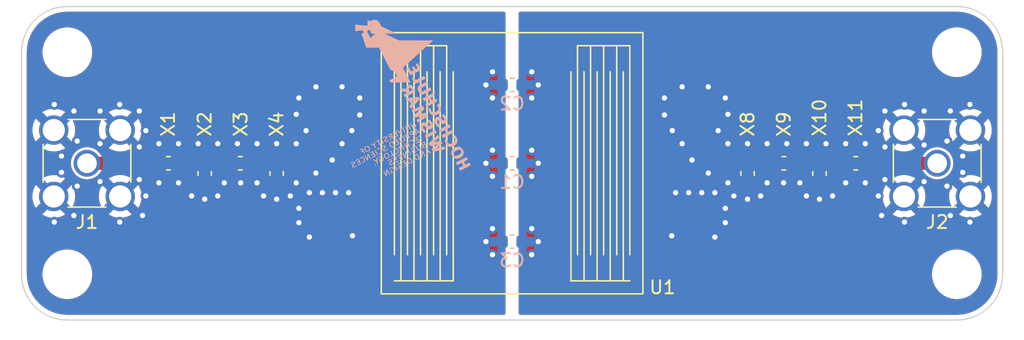
<source format=kicad_pcb>
(kicad_pcb (version 20221018) (generator pcbnew)
  (layers (0 "F.Cu" signal) (31 "B.Cu" signal) (34 "B.Paste" user) (35 "F.Paste" user) (36 "B.SilkS" user "B.Silkscreen") (37 "F.SilkS" user "F.Silkscreen") (38 "B.Mask" user) (39 "F.Mask" user) (44 "Edge.Cuts" user))
  (net 0 "")
  (net 1 "/IN_2")
  (net 2 "/IN_1")
  (net 3 "GND2")
  (net 4 "/OUT_1")
  (net 5 "/IN_0")
  (net 6 "GND1")
  (net 7 "/OUT_0")
  (net 8 "/OUT_2")
  (footprint "Capacitor_SMD:C_0603_1608Metric" (layer "F.Cu") (at 129.225 67)
    (fp_text reference "X3" (at 0.025 -3 90) (layer "F.SilkS"))
    (fp_text value "C_Small")
    (pad "1" smd roundrect (at -0.775 0) (size 0.9 0.95) (layers "F.Cu" "F.Paste" "F.Mask") (net 2 "/IN_1"))
    (pad "2" smd roundrect (at 0.775 0) (size 0.9 0.95) (layers "F.Cu" "F.Paste" "F.Mask") (net 5 "/IN_0"))
  )
  (footprint "Capacitor_SMD:C_0603_1608Metric" (layer "F.Cu") (at 176.275 67)
    (fp_text reference "X11" (at -0.025 -3.5 90) (layer "F.SilkS"))
    (fp_text value "C_Small")
    (pad "1" smd roundrect (at -0.775 0) (size 0.9 0.95) (layers "F.Cu" "F.Paste" "F.Mask") (net 4 "/OUT_1"))
    (pad "2" smd roundrect (at 0.775 0) (size 0.9 0.95) (layers "F.Cu" "F.Paste" "F.Mask") (net 8 "/OUT_2"))
  )
  (footprint "Connector_Coaxial:SMA_Amphenol_132134-11_Vertical" (layer "F.Cu") (at 182.5 67)
    (fp_text reference "J2" (at 0 4.5) (layer "F.SilkS"))
    (fp_text value "Conn_Coaxial")
    (pad "1" thru_hole circle (at 0 0) (size 2.05 2.05) (drill 1.5) (layers "*.Cu" "*.Mask") (net 8 "/OUT_2"))
    (pad "2" thru_hole circle (at -2.54 -2.54) (size 2.25 2.25) (drill 1.7) (layers "*.Cu" "*.Mask") (net 3 "GND2"))
    (pad "2" thru_hole circle (at -2.54 2.54) (size 2.25 2.25) (drill 1.7) (layers "*.Cu" "*.Mask") (net 3 "GND2"))
    (pad "2" thru_hole circle (at 2.54 -2.54) (size 2.25 2.25) (drill 1.7) (layers "*.Cu" "*.Mask") (net 3 "GND2"))
    (pad "2" thru_hole circle (at 2.54 2.54) (size 2.25 2.25) (drill 1.7) (layers "*.Cu" "*.Mask") (net 3 "GND2"))
  )
  (footprint "MountingHole:MountingHole_3.2mm_M3" (layer "F.Cu") (at 116 58.5)
    (fp_text reference "H1" hide)
    (fp_text value "MountingHole")
    (pad "" np_thru_hole circle (at 0 0) (size 3.2 3.2) (drill 3.2) (layers "*.Cu" "*.Mask"))
  )
  (footprint "saw_sensor:hs_wismar_logo_6_2mmx5mm" (layer "F.Cu") (at 122.75 58.5)
    (fp_text reference "G2" hide)
    (fp_text value "logo" hide)
  )
  (footprint "Capacitor_SMD:C_0603_1608Metric" (layer "F.Cu") (at 170.775 67)
    (fp_text reference "X9" (at 0 -3 90) (layer "F.SilkS"))
    (fp_text value "C_Small")
    (pad "1" smd roundrect (at -0.775 0) (size 0.9 0.95) (layers "F.Cu" "F.Paste" "F.Mask") (net 7 "/OUT_0"))
    (pad "2" smd roundrect (at 0.775 0) (size 0.9 0.95) (layers "F.Cu" "F.Paste" "F.Mask") (net 4 "/OUT_1"))
  )
  (footprint "MountingHole:MountingHole_3.2mm_M3" (layer "F.Cu") (at 184 58.5)
    (fp_text reference "H2" hide)
    (fp_text value "MountingHole")
    (pad "" np_thru_hole circle (at 0 0) (size 3.2 3.2) (drill 3.2) (layers "*.Cu" "*.Mask"))
  )
  (footprint "Capacitor_SMD:C_0603_1608Metric" (layer "F.Cu") (at 123.725 67)
    (fp_text reference "X1" (at -0.025 -3 90) (layer "F.SilkS"))
    (fp_text value "C_Small")
    (pad "1" smd roundrect (at -0.775 0) (size 0.9 0.95) (layers "F.Cu" "F.Paste" "F.Mask") (net 1 "/IN_2"))
    (pad "2" smd roundrect (at 0.775 0) (size 0.9 0.95) (layers "F.Cu" "F.Paste" "F.Mask") (net 2 "/IN_1"))
  )
  (footprint "Capacitor_SMD:C_0603_1608Metric" (layer "F.Cu") (at 168 67.775 90)
    (fp_text reference "X8" (at 3.775 0 90) (layer "F.SilkS"))
    (fp_text value "C_Small")
    (pad "1" smd roundrect (at -0.775 0 90) (size 0.9 0.95) (layers "F.Cu" "F.Paste" "F.Mask") (net 3 "GND2"))
    (pad "2" smd roundrect (at 0.775 0 90) (size 0.9 0.95) (layers "F.Cu" "F.Paste" "F.Mask") (net 7 "/OUT_0"))
  )
  (footprint "saw_sensor:saw_sensor" (layer "F.Cu") (at 150 67)
    (fp_text reference "U1" (at 11.5 9.5 unlocked) (layer "F.SilkS"))
    (fp_text value "SAW_Sensor")
    (pad "1" smd roundrect locked (at -14 -4) (size 3 2) (layers "F.Cu" "F.Paste" "F.Mask") (net 5 "/IN_0"))
    (pad "2" smd roundrect locked (at -14 4) (size 3 2) (layers "F.Cu" "F.Paste" "F.Mask") (net 6 "GND1"))
    (pad "3" smd roundrect locked (at 14 -4) (size 3 2) (layers "F.Cu" "F.Paste" "F.Mask") (net 7 "/OUT_0"))
    (pad "4" smd roundrect locked (at 14 4) (size 3 2) (layers "F.Cu" "F.Paste" "F.Mask") (net 3 "GND2"))
  )
  (footprint "Capacitor_SMD:C_0603_1608Metric" (layer "F.Cu") (at 132 67.775 90)
    (fp_text reference "X4" (at 3.775 0 270) (layer "F.SilkS"))
    (fp_text value "C_Small")
    (pad "1" smd roundrect (at -0.775 0 90) (size 0.9 0.95) (layers "F.Cu" "F.Paste" "F.Mask") (net 6 "GND1"))
    (pad "2" smd roundrect (at 0.775 0 90) (size 0.9 0.95) (layers "F.Cu" "F.Paste" "F.Mask") (net 5 "/IN_0"))
  )
  (footprint "MountingHole:MountingHole_3.2mm_M3" (layer "F.Cu") (at 184 75.5)
    (fp_text reference "H4" hide)
    (fp_text value "MountingHole")
    (pad "" np_thru_hole circle (at 0 0) (size 3.2 3.2) (drill 3.2) (layers "*.Cu" "*.Mask"))
  )
  (footprint "Connector_Coaxial:SMA_Amphenol_132134-11_Vertical" (layer "F.Cu") (at 117.5 67)
    (fp_text reference "J1" (at 0 4.5) (layer "F.SilkS"))
    (fp_text value "Conn_Coaxial")
    (pad "1" thru_hole circle (at 0 0) (size 2.05 2.05) (drill 1.5) (layers "*.Cu" "*.Mask") (net 1 "/IN_2"))
    (pad "2" thru_hole circle (at -2.54 -2.54) (size 2.25 2.25) (drill 1.7) (layers "*.Cu" "*.Mask") (net 6 "GND1"))
    (pad "2" thru_hole circle (at -2.54 2.54) (size 2.25 2.25) (drill 1.7) (layers "*.Cu" "*.Mask") (net 6 "GND1"))
    (pad "2" thru_hole circle (at 2.54 -2.54) (size 2.25 2.25) (drill 1.7) (layers "*.Cu" "*.Mask") (net 6 "GND1"))
    (pad "2" thru_hole circle (at 2.54 2.54) (size 2.25 2.25) (drill 1.7) (layers "*.Cu" "*.Mask") (net 6 "GND1"))
  )
  (footprint "Capacitor_SMD:C_0603_1608Metric" (layer "F.Cu") (at 126.5 67.775 90)
    (fp_text reference "X2" (at 3.775 0 90) (layer "F.SilkS"))
    (fp_text value "C_Small")
    (pad "1" smd roundrect (at -0.775 0 90) (size 0.9 0.95) (layers "F.Cu" "F.Paste" "F.Mask") (net 6 "GND1"))
    (pad "2" smd roundrect (at 0.775 0 90) (size 0.9 0.95) (layers "F.Cu" "F.Paste" "F.Mask") (net 2 "/IN_1"))
  )
  (footprint "Capacitor_SMD:C_0603_1608Metric" (layer "F.Cu") (at 173.5 67.775 90)
    (fp_text reference "X10" (at 4.275 0 90) (layer "F.SilkS"))
    (fp_text value "C_Small")
    (pad "1" smd roundrect (at -0.775 0 90) (size 0.9 0.95) (layers "F.Cu" "F.Paste" "F.Mask") (net 3 "GND2"))
    (pad "2" smd roundrect (at 0.775 0 90) (size 0.9 0.95) (layers "F.Cu" "F.Paste" "F.Mask") (net 4 "/OUT_1"))
  )
  (footprint "MountingHole:MountingHole_3.2mm_M3" (layer "F.Cu") (at 116 75.5)
    (fp_text reference "H3" hide)
    (fp_text value "MountingHole")
    (pad "" np_thru_hole circle (at 0 0) (size 3.2 3.2) (drill 3.2) (layers "*.Cu" "*.Mask"))
  )
  (footprint "Capacitor_SMD:C_0603_1608Metric" (layer "B.Cu") (at 150 67)
    (fp_text reference "C1" (at 0 1.43) (layer "B.SilkS") (effects (justify mirror)))
    (fp_text value "C_Small")
    (pad "1" smd roundrect (at -0.775 0) (size 0.9 0.95) (layers "B.Cu" "B.Paste" "B.Mask") (net 6 "GND1"))
    (pad "2" smd roundrect (at 0.775 0) (size 0.9 0.95) (layers "B.Cu" "B.Paste" "B.Mask") (net 3 "GND2"))
  )
  (footprint "Capacitor_SMD:C_0603_1608Metric" (layer "B.Cu") (at 150 61)
    (fp_text reference "C2" (at 0 1.43) (layer "B.SilkS") (effects (justify mirror)))
    (fp_text value "C_Small")
    (pad "1" smd roundrect (at -0.775 0) (size 0.9 0.95) (layers "B.Cu" "B.Paste" "B.Mask") (net 6 "GND1"))
    (pad "2" smd roundrect (at 0.775 0) (size 0.9 0.95) (layers "B.Cu" "B.Paste" "B.Mask") (net 3 "GND2"))
  )
  (footprint "Capacitor_SMD:C_0603_1608Metric" (layer "B.Cu") (at 150 73)
    (fp_text reference "C3" (at 0 1.43) (layer "B.SilkS") (effects (justify mirror)))
    (fp_text value "C_Small")
    (pad "1" smd roundrect (at -0.775 0) (size 0.9 0.95) (layers "B.Cu" "B.Paste" "B.Mask") (net 6 "GND1"))
    (pad "2" smd roundrect (at 0.775 0) (size 0.9 0.95) (layers "B.Cu" "B.Paste" "B.Mask") (net 3 "GND2"))
  )
  (footprint "saw_sensor:hs_wismar_logo_12mmx9_2mm" (layer "B.Cu") (at 142.25 62 180)
    (fp_text reference "G1" hide)
    (fp_text value "logo" hide)
  )
  (gr_arc (start 116 79) (mid 113.525126 77.974874) (end 112.5 75.5) (stroke (width 0.1)) (layer "Edge.Cuts"))
  (gr_arc (start 112.5 58.5) (mid 113.525126 56.025126) (end 116 55) (stroke (width 0.1)) (layer "Edge.Cuts"))
  (gr_line (start 112.5 75.5) (end 112.5 58.5) (stroke (width 0.1)) (layer "Edge.Cuts"))
  (gr_line (start 116 79) (end 184 79) (stroke (width 0.1)) (layer "Edge.Cuts"))
  (gr_line (start 116 55) (end 184 55) (stroke (width 0.1)) (layer "Edge.Cuts"))
  (gr_line (start 187.5 58.5) (end 187.5 75.5) (stroke (width 0.1)) (layer "Edge.Cuts"))
  (gr_arc (start 184 55) (mid 186.474874 56.025126) (end 187.5 58.5) (stroke (width 0.1)) (layer "Edge.Cuts"))
  (gr_arc (start 187.5 75.5) (mid 186.474874 77.974874) (end 184 79) (stroke (width 0.1)) (layer "Edge.Cuts"))
  (segment (start 122.95 67) (end 117.5 67) (width 1) (layer "F.Cu") (net 1))
  (segment (start 126.5 67) (end 128.45 67) (width 1) (layer "F.Cu") (net 2))
  (segment (start 124.5 67) (end 126.5 67) (width 1) (layer "F.Cu") (net 2))
  (via (at 151.5 66) (size 0.8) (drill 0.4) (layers "F.Cu" "B.Cu") (net 3))
  (via (at 152 67) (size 0.8) (drill 0.4) (layers "F.Cu" "B.Cu") (net 3))
  (via (at 172 68.5) (size 0.8) (drill 0.4) (layers "F.Cu" "B.Cu") (net 3))
  (via (at 166.5 65.5) (size 0.8) (drill 0.4) (layers "F.Cu" "B.Cu") (net 3))
  (via (at 163.75 66.75) (size 0.8) (drill 0.4) (layers "F.Cu" "B.Cu") (net 3))
  (via (at 169 69.5) (size 0.8) (drill 0.4) (layers "F.Cu" "B.Cu") (net 3))
  (via (at 172.5 65.5) (size 0.8) (drill 0.4) (layers "F.Cu" "B.Cu") (net 3))
  (via (at 166.3 62) (size 0.8) (drill 0.4) (layers "F.Cu" "B.Cu") (net 3))
  (via (at 172.5 69.5) (size 0.8) (drill 0.4) (layers "F.Cu" "B.Cu") (net 3))
  (via (at 165.5 72.65) (size 0.8) (drill 0.4) (layers "F.Cu" "B.Cu") (net 3))
  (via (at 163 61.15) (size 0.8) (drill 0.4) (layers "F.Cu" "B.Cu") (net 3))
  (via (at 165 61.15) (size 0.8) (drill 0.4) (layers "F.Cu" "B.Cu") (net 3))
  (via (at 174 65.5) (size 0.8) (drill 0.4) (layers "F.Cu" "B.Cu") (net 3))
  (via (at 184.45 66.45) (size 0.8) (drill 0.4) (layers "F.Cu" "B.Cu") (net 3))
  (via (at 178.5 63) (size 0.8) (drill 0.4) (layers "F.Cu" "B.Cu") (net 3))
  (via (at 166.5 68.5) (size 0.8) (drill 0.4) (layers "F.Cu" "B.Cu") (net 3))
  (via (at 165.5 69.25) (size 0.8) (drill 0.4) (layers "F.Cu" "B.Cu") (net 3))
  (via (at 166.3 70.45) (size 0.8) (drill 0.4) (layers "F.Cu" "B.Cu") (net 3))
  (via (at 151.5 62) (size 0.8) (drill 0.4) (layers "F.Cu" "B.Cu") (net 3))
  (via (at 185 71.5) (size 0.8) (drill 0.4) (layers "F.Cu" "B.Cu") (net 3))
  (via (at 180 71.5) (size 0.8) (drill 0.4) (layers "F.Cu" "B.Cu") (net 3))
  (via (at 178.25 71) (size 0.8) (drill 0.4) (layers "F.Cu" "B.Cu") (net 3))
  (via (at 175.5 68.5) (size 0.8) (drill 0.4) (layers "F.Cu" "B.Cu") (net 3))
  (via (at 171 65.5) (size 0.8) (drill 0.4) (layers "F.Cu" "B.Cu") (net 3))
  (via (at 177 68.5) (size 0.8) (drill 0.4) (layers "F.Cu" "B.Cu") (net 3))
  (via (at 166.5 63.25) (size 0.8) (drill 0.4) (layers "F.Cu" "B.Cu") (net 3))
  (via (at 166.95 69.5) (size 0.8) (drill 0.4) (layers "F.Cu" "B.Cu") (net 3))
  (via (at 151.5 74) (size 0.8) (drill 0.4) (layers "F.Cu" "B.Cu") (net 3))
  (via (at 181.5 63) (size 0.8) (drill 0.4) (layers "F.Cu" "B.Cu") (net 3))
  (via (at 174.5 69.5) (size 0.8) (drill 0.4) (layers "F.Cu" "B.Cu") (net 3))
  (via (at 162.5 69.25) (size 0.8) (drill 0.4) (layers "F.Cu" "B.Cu") (net 3))
  (via (at 178.5 65.75) (size 0.8) (drill 0.4) (layers "F.Cu" "B.Cu") (net 3))
  (via (at 170.75 68.5) (size 0.8) (drill 0.4) (layers "F.Cu" "B.Cu") (net 3))
  (via (at 163.5 69.25) (size 0.8) (drill 0.4) (layers "F.Cu" "B.Cu") (net 3))
  (via (at 161.65 63.3) (size 0.8) (drill 0.4) (layers "F.Cu" "B.Cu") (net 3))
  (via (at 175.5 65.5) (size 0.8) (drill 0.4) (layers "F.Cu" "B.Cu") (net 3))
  (via (at 168 69.75) (size 0.8) (drill 0.4) (layers "F.Cu" "B.Cu") (net 3))
  (via (at 185 62.5) (size 0.8) (drill 0.4) (layers "F.Cu" "B.Cu") (net 3))
  (via (at 151.5 68) (size 0.8) (drill 0.4) (layers "F.Cu" "B.Cu") (net 3))
  (via (at 180 62.5) (size 0.8) (drill 0.4) (layers "F.Cu" "B.Cu") (net 3))
  (via (at 181.5 68.4) (size 0.8) (drill 0.4) (layers "F.Cu" "B.Cu") (net 3))
  (via (at 169.5 65.5) (size 0.8) (drill 0.4) (layers "F.Cu" "B.Cu") (net 3))
  (via (at 178 69.5) (size 0.8) (drill 0.4) (layers "F.Cu" "B.Cu") (net 3))
  (via (at 151.5 60) (size 0.8) (drill 0.4) (layers "F.Cu" "B.Cu") (net 3))
  (via (at 161.65 62) (size 0.8) (drill 0.4) (layers "F.Cu" "B.Cu") (net 3))
  (via (at 178 64.5) (size 0.8) (drill 0.4) (layers "F.Cu" "B.Cu") (net 3))
  (via (at 162.2 72.55) (size 0.8) (drill 0.4) (layers "F.Cu" "B.Cu") (net 3))
  (via (at 169.5 68.5) (size 0.8) (drill 0.4) (layers "F.Cu" "B.Cu") (net 3))
  (via (at 168 65.5) (size 0.8) (drill 0.4) (layers "F.Cu" "B.Cu") (net 3))
  (via (at 166.3 71.55) (size 0.8) (drill 0.4) (layers "F.Cu" "B.Cu") (net 3))
  (via (at 183.25 68.75) (size 0.8) (drill 0.4) (layers "F.Cu" "B.Cu") (net 3))
  (via (at 162.25 64.5) (size 0.8) (drill 0.4) (layers "F.Cu" "B.Cu") (net 3))
  (via (at 178.5 68.25) (size 0.8) (drill 0.4) (layers "F.Cu" "B.Cu") (net 3))
  (via (at 183.25 65.3) (size 0.8) (drill 0.4) (layers "F.Cu" "B.Cu") (net 3))
  (via (at 183.5 71) (size 0.8) (drill 0.4) (layers "F.Cu" "B.Cu") (net 3))
  (via (at 177 65.5) (size 0.8) (drill 0.4) (layers "F.Cu" "B.Cu") (net 3))
  (via (at 152 73) (size 0.8) (drill 0.4) (layers "F.Cu" "B.Cu") (net 3))
  (via (at 163 65.5) (size 0.8) (drill 0.4) (layers "F.Cu" "B.Cu") (net 3))
  (via (at 165 67.75) (size 0.8) (drill 0.4) (layers "F.Cu" "B.Cu") (net 3))
  (via (at 164.5 69.25) (size 0.8) (drill 0.4) (layers "F.Cu" "B.Cu") (net 3))
  (via (at 184.45 67.7) (size 0.8) (drill 0.4) (layers "F.Cu" "B.Cu") (net 3))
  (via (at 151.5 72) (size 0.8) (drill 0.4) (layers "F.Cu" "B.Cu") (net 3))
  (via (at 165.75 64.5) (size 0.8) (drill 0.4) (layers "F.Cu" "B.Cu") (net 3))
  (via (at 173.5 69.75) (size 0.8) (drill 0.4) (layers "F.Cu" "B.Cu") (net 3))
  (via (at 183.5 63) (size 0.8) (drill 0.4) (layers "F.Cu" "B.Cu") (net 3))
  (via (at 181.5 65.6) (size 0.8) (drill 0.4) (layers "F.Cu" "B.Cu") (net 3))
  (via (at 152 61) (size 0.8) (drill 0.4) (layers "F.Cu" "B.Cu") (net 3))
  (segment (start 173.5 67) (end 175.5 67) (width 1) (layer "F.Cu") (net 4))
  (segment (start 171.55 67) (end 173.5 67) (width 1) (layer "F.Cu") (net 4))
  (segment (start 132 67) (end 132.757359 67) (width 1) (layer "F.Cu") (net 5))
  (segment (start 136 63.757359) (end 136 63) (width 1) (layer "F.Cu") (net 5))
  (segment (start 130 67) (end 132 67) (width 1) (layer "F.Cu") (net 5))
  (segment (start 134.87868 66.12132) (end 135.121321 65.878679) (width 1) (layer "F.Cu") (net 5))
  (arc (start 134.87868 66.12132) (mid 133.90541 66.771639) (end 132.757359 67) (width 1) (layer "F.Cu") (net 5))
  (arc (start 136 63.757359) (mid 135.771639 64.905409) (end 135.121321 65.878679) (width 1) (layer "F.Cu") (net 5))
  (via (at 130.5 65.5) (size 0.8) (drill 0.4) (layers "F.Cu" "B.Cu") (net 6))
  (via (at 133.5 68.5) (size 0.8) (drill 0.4) (layers "F.Cu" "B.Cu") (net 6))
  (via (at 127.5 65.5) (size 0.8) (drill 0.4) (layers "F.Cu" "B.Cu") (net 6))
  (via (at 148.5 60) (size 0.8) (drill 0.4) (layers "F.Cu" "B.Cu") (net 6))
  (via (at 125.5 69.5) (size 0.8) (drill 0.4) (layers "F.Cu" "B.Cu") (net 6))
  (via (at 126 65.5) (size 0.8) (drill 0.4) (layers "F.Cu" "B.Cu") (net 6))
  (via (at 148.5 62) (size 0.8) (drill 0.4) (layers "F.Cu" "B.Cu") (net 6))
  (via (at 130.5 68.5) (size 0.8) (drill 0.4) (layers "F.Cu" "B.Cu") (net 6))
  (via (at 126.5 69.75) (size 0.8) (drill 0.4) (layers "F.Cu" "B.Cu") (net 6))
  (via (at 136.5 69.25) (size 0.8) (drill 0.4) (layers "F.Cu" "B.Cu") (net 6))
  (via (at 129.25 68.5) (size 0.8) (drill 0.4) (layers "F.Cu" "B.Cu") (net 6))
  (via (at 134.5 69.25) (size 0.8) (drill 0.4) (layers "F.Cu" "B.Cu") (net 6))
  (via (at 128 68.5) (size 0.8) (drill 0.4) (layers "F.Cu" "B.Cu") (net 6))
  (via (at 133.05 69.5) (size 0.8) (drill 0.4) (layers "F.Cu" "B.Cu") (net 6))
  (via (at 120 62.5) (size 0.8) (drill 0.4) (layers "F.Cu" "B.Cu") (net 6))
  (via (at 132 69.75) (size 0.8) (drill 0.4) (layers "F.Cu" "B.Cu") (net 6))
  (via (at 132 65.5) (size 0.8) (drill 0.4) (layers "F.Cu" "B.Cu") (net 6))
  (via (at 148 67) (size 0.8) (drill 0.4) (layers "F.Cu" "B.Cu") (net 6))
  (via (at 148.5 66) (size 0.8) (drill 0.4) (layers "F.Cu" "B.Cu") (net 6))
  (via (at 131 69.5) (size 0.8) (drill 0.4) (layers "F.Cu" "B.Cu") (net 6))
  (via (at 148.5 74) (size 0.8) (drill 0.4) (layers "F.Cu" "B.Cu") (net 6))
  (via (at 116.5 63) (size 0.8) (drill 0.4) (layers "F.Cu" "B.Cu") (net 6))
  (via (at 123 68.5) (size 0.8) (drill 0.4) (layers "F.Cu" "B.Cu") (net 6))
  (via (at 118.5 65.5) (size 0.8) (drill 0.4) (layers "F.Cu" "B.Cu") (net 6))
  (via (at 137.5 69.25) (size 0.8) (drill 0.4) (layers "F.Cu" "B.Cu") (net 6))
  (via (at 148 73) (size 0.8) (drill 0.4) (layers "F.Cu" "B.Cu") (net 6))
  (via (at 134.25 64.5) (size 0.8) (drill 0.4) (layers "F.Cu" "B.Cu") (net 6))
  (via (at 133.7 71.55) (size 0.8) (drill 0.4) (layers "F.Cu" "B.Cu") (net 6))
  (via (at 116.5 71) (size 0.8) (drill 0.4) (layers "F.Cu" "B.Cu") (net 6))
  (via (at 116.75 65.3) (size 0.8) (drill 0.4) (layers "F.Cu" "B.Cu") (net 6))
  (via (at 124.5 68.5) (size 0.8) (drill 0.4) (layers "F.Cu" "B.Cu") (net 6))
  (via (at 122 69.5) (size 0.8) (drill 0.4) (layers "F.Cu" "B.Cu") (net 6))
  (via (at 135.5 69.25) (size 0.8) (drill 0.4) (layers "F.Cu" "B.Cu") (net 6))
  (via (at 137 65.5) (size 0.8) (drill 0.4) (layers "F.Cu" "B.Cu") (net 6))
  (via (at 127.5 69.5) (size 0.8) (drill 0.4) (layers "F.Cu" "B.Cu") (net 6))
  (via (at 134.5 72.65) (size 0.8) (drill 0.4) (layers "F.Cu" "B.Cu") (net 6))
  (via (at 148 61) (size 0.8) (drill 0.4) (layers "F.Cu" "B.Cu") (net 6))
  (via (at 115 71.5) (size 0.8) (drill 0.4) (layers "F.Cu" "B.Cu") (net 6))
  (via (at 129 65.5) (size 0.8) (drill 0.4) (layers "F.Cu" "B.Cu") (net 6))
  (via (at 135 61.15) (size 0.8) (drill 0.4) (layers "F.Cu" "B.Cu") (net 6))
  (via (at 133.5 65.5) (size 0.8) (drill 0.4) (layers "F.Cu" "B.Cu") (net 6))
  (via (at 121.75 71) (size 0.8) (drill 0.4) (layers "F.Cu" "B.Cu") (net 6))
  (via (at 121.5 63) (size 0.8) (drill 0.4) (layers "F.Cu" "B.Cu") (net 6))
  (via (at 115.55 66.45) (size 0.8) (drill 0.4) (layers "F.Cu" "B.Cu") (net 6))
  (via (at 148.5 68) (size 0.8) (drill 0.4) (layers "F.Cu" "B.Cu") (net 6))
  (via (at 138.35 63.3) (size 0.8) (drill 0.4) (layers "F.Cu" "B.Cu") (net 6))
  (via (at 120 71.5) (size 0.8) (drill 0.4) (layers "F.Cu" "B.Cu") (net 6))
  (via (at 122 64.5) (size 0.8) (drill 0.4) (layers "F.Cu" "B.Cu") (net 6))
  (via (at 115 62.5) (size 0.8) (drill 0.4) (layers "F.Cu" "B.Cu") (net 6))
  (via (at 135 67.75) (size 0.8) (drill 0.4) (layers "F.Cu" "B.Cu") (net 6))
  (via (at 137.8 72.55) (size 0.8) (drill 0.4) (layers "F.Cu" "B.Cu") (net 6))
  (via (at 124.5 65.5) (size 0.8) (drill 0.4) (layers "F.Cu" "B.Cu") (net 6))
  (via (at 115.55 67.7) (size 0.8) (drill 0.4) (layers "F.Cu" "B.Cu") (net 6))
  (via (at 133.7 70.45) (size 0.8) (drill 0.4) (layers "F.Cu" "B.Cu") (net 6))
  (via (at 133.5 63.25) (size 0.8) (drill 0.4) (layers "F.Cu" "B.Cu") (net 6))
  (via (at 118.5 63) (size 0.8) (drill 0.4) (layers "F.Cu" "B.Cu") (net 6))
  (via (at 123 65.5) (size 0.8) (drill 0.4) (layers "F.Cu" "B.Cu") (net 6))
  (via (at 138.35 62) (size 0.8) (drill 0.4) (layers "F.Cu" "B.Cu") (net 6))
  (via (at 137 61.15) (size 0.8) (drill 0.4) (layers "F.Cu" "B.Cu") (net 6))
  (via (at 137.75 64.5) (size 0.8) (drill 0.4) (layers "F.Cu" "B.Cu") (net 6))
  (via (at 136.25 66.75) (size 0.8) (drill 0.4) (layers "F.Cu" "B.Cu") (net 6))
  (via (at 116.75 68.75) (size 0.8) (drill 0.4) (layers "F.Cu" "B.Cu") (net 6))
  (via (at 121.5 68.25) (size 0.8) (drill 0.4) (layers "F.Cu" "B.Cu") (net 6))
  (via (at 121.5 65.75) (size 0.8) (drill 0.4) (layers "F.Cu" "B.Cu") (net 6))
  (via (at 148.5 72) (size 0.8) (drill 0.4) (layers "F.Cu" "B.Cu") (net 6))
  (via (at 118.5 68.4) (size 0.8) (drill 0.4) (layers "F.Cu" "B.Cu") (net 6))
  (via (at 133.7 62) (size 0.8) (drill 0.4) (layers "F.Cu" "B.Cu") (net 6))
  (segment (start 168 67) (end 167.742641 67) (width 1) (layer "F.Cu") (net 7))
  (segment (start 165.12132 66.12132) (end 164.878679 65.878679) (width 1) (layer "F.Cu") (net 7))
  (segment (start 168 67) (end 170 67) (width 1) (layer "F.Cu") (net 7))
  (segment (start 164 63.757359) (end 164 63) (width 1) (layer "F.Cu") (net 7))
  (segment (start 164 63.257359) (end 164 63) (width 1) (layer "F.Cu") (net 7))
  (segment (start 168 67) (end 167.242641 67) (width 1) (layer "F.Cu") (net 7))
  (arc (start 165.12132 66.12132) (mid 166.09459 66.771639) (end 167.242641 67) (width 1) (layer "F.Cu") (net 7))
  (arc (start 164.878679 65.878679) (mid 164.228361 64.905409) (end 164 63.757359) (width 1) (layer "F.Cu") (net 7))
  (segment (start 177.05 67) (end 182.5 67) (width 1) (layer "F.Cu") (net 8))
  (zone (net 0) (net_name "") (layer "F.Cu") (connect_pads (clearance 0)) (min_thickness 0.25)
    (keepout (tracks allowed) (vias allowed) (pads allowed) (copperpour not_allowed) (footprints allowed))
    (fill (thermal_gap 0.5) (thermal_bridge_width 0.5))
    (polygon (pts (xy 182.5 66.3) (xy 167.75 66.3) (xy 167.75 67.7) (xy 182.5 67.7)))
  )
  (zone (net 3) (net_name "GND2") (layer "F.Cu") (connect_pads (clearance 0.2)) (min_thickness 0.254) (fill yes (thermal_gap 0.508) (thermal_bridge_width 0.7) (smoothing fillet))
    (polygon (pts (xy 187.5 79) (xy 150.25 79) (xy 150.25 55) (xy 187.5 55)))
  )
  (zone (net 6) (net_name "GND1") (layer "F.Cu") (connect_pads (clearance 0.2)) (min_thickness 0.254) (fill yes (thermal_gap 0.508) (thermal_bridge_width 0.7) (smoothing fillet))
    (polygon (pts (xy 149.75 79) (xy 112.5 79) (xy 112.5 55) (xy 149.75 55)))
  )
  (zone (net 0) (net_name "") (layer "F.Cu") (connect_pads (clearance 0)) (min_thickness 0.25)
    (keepout (tracks allowed) (vias allowed) (pads allowed) (copperpour not_allowed) (footprints allowed))
    (fill (thermal_gap 0.5) (thermal_bridge_width 0.5))
    (polygon (pts (xy 117.5 66.3) (xy 132.25 66.3) (xy 132.25 67.7) (xy 117.5 67.7)))
  )
  (zone (net 0) (net_name "") (layers "F&B.Cu" "Edge.Cuts") (connect_pads (clearance 0)) (min_thickness 0.254)
    (keepout (tracks not_allowed) (vias allowed) (pads allowed) (copperpour not_allowed) (footprints allowed))
    (fill (thermal_gap 0.508) (thermal_bridge_width 0.508))
    (polygon (pts (xy 150.5 79.25) (xy 149.5 79.25) (xy 149.5 54.5) (xy 150.5 54.5)))
  )
  (zone (net 6) (net_name "GND1") (layer "B.Cu") (connect_pads (clearance 0.2)) (min_thickness 0.254) (fill yes (thermal_gap 0.508) (thermal_bridge_width 0.7) (smoothing fillet))
    (polygon (pts (xy 149.75 79) (xy 112.5 79) (xy 112.5 55) (xy 149.75 55)))
  )
  (zone (net 3) (net_name "GND2") (layer "B.Cu") (connect_pads (clearance 0.2)) (min_thickness 0.254) (fill yes (thermal_gap 0.508) (thermal_bridge_width 0.7) (smoothing fillet))
    (polygon (pts (xy 187.5 79) (xy 150.25 79) (xy 150.25 55) (xy 187.5 55)))
  )
)
</source>
